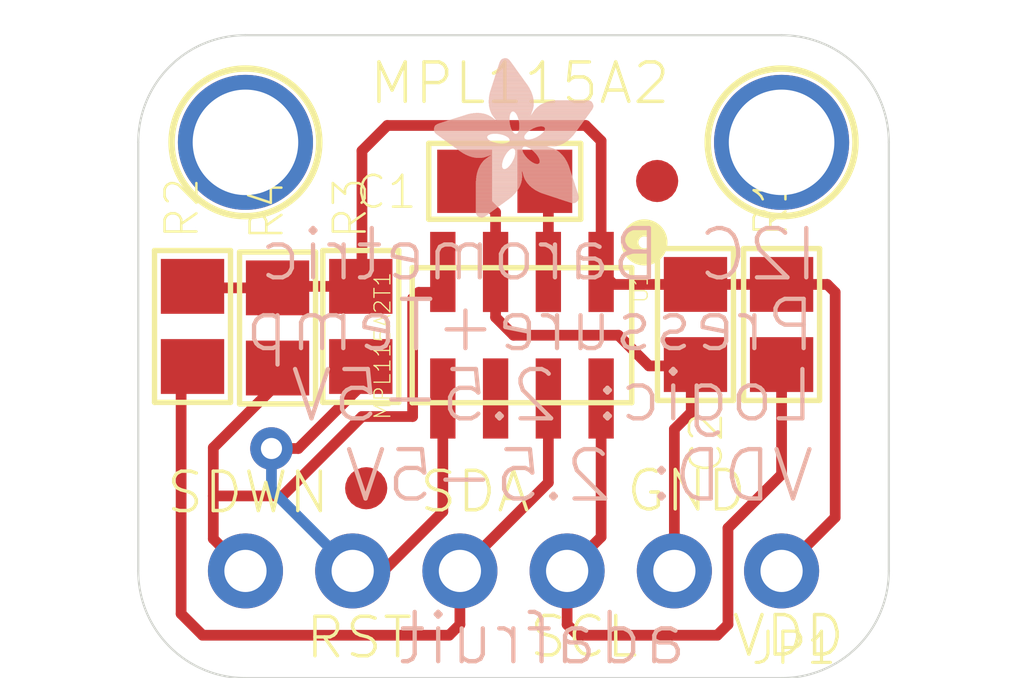
<source format=kicad_pcb>
(kicad_pcb (version 20221018) (generator pcbnew)
  (layers (0 "F.Cu" signal) (31 "B.Cu" signal) (34 "B.Paste" user) (35 "F.Paste" user) (36 "B.SilkS" user "B.Silkscreen") (37 "F.SilkS" user "F.Silkscreen") (38 "B.Mask" user) (39 "F.Mask" user) (44 "Edge.Cuts" user))
  (net 0 "")
  (net 1 "GND")
  (net 2 "VDD")
  (net 3 "SCL")
  (net 4 "SDA")
  (net 5 "RESET")
  (net 6 "SHDN")
  (net 7 "N$1")
  (footprint "working:0805" (layer "F.Cu") (at 152.8111 104.2416 -90)
    (fp_text reference "C2" (at 2.032 -0.254 90) (layer "F.SilkS") (effects (font (size 0.752978 0.752978) (thickness 0.059822)) (justify right)))
    (fp_text value "1µF")
    (pad "1" smd rect (at -0.95 0 270) (size 1.3 1.5) (layers "F.Cu" "F.Paste" "F.Mask") (net 2 "VDD"))
    (pad "2" smd rect (at 0.95 0 270) (size 1.3 1.5) (layers "F.Cu" "F.Paste" "F.Mask") (net 1 "GND"))
  )
  (footprint "working:0805" (layer "F.Cu") (at 148.2931 100.8476 180)
    (fp_text reference "C1" (at 2.032 -0.254) (layer "F.SilkS") (effects (font (size 0.752978 0.752978) (thickness 0.059822)) (justify right)))
    (fp_text value "1µF")
    (pad "1" smd rect (at -0.95 0 180) (size 1.3 1.5) (layers "F.Cu" "F.Paste" "F.Mask") (net 7 "N$1"))
    (pad "2" smd rect (at 0.95 0 180) (size 1.3 1.5) (layers "F.Cu" "F.Paste" "F.Mask") (net 1 "GND"))
  )
  (footprint "working:0805" (layer "F.Cu") (at 142.9111 104.3236 90)
    (fp_text reference "R4" (at 2.032 -0.254 90) (layer "F.SilkS") (effects (font (size 0.752978 0.752978) (thickness 0.059822)) (justify left)))
    (fp_text value "10K")
    (pad "1" smd rect (at -0.95 0 90) (size 1.3 1.5) (layers "F.Cu" "F.Paste" "F.Mask") (net 6 "SHDN"))
    (pad "2" smd rect (at 0.95 0 90) (size 1.3 1.5) (layers "F.Cu" "F.Paste" "F.Mask") (net 2 "VDD"))
  )
  (footprint "working:0805" (layer "F.Cu") (at 140.8971 104.2876 90)
    (fp_text reference "R2" (at 2.032 -0.254 90) (layer "F.SilkS") (effects (font (size 0.752978 0.752978) (thickness 0.059822)) (justify left)))
    (fp_text value "10K")
    (pad "1" smd rect (at -0.95 0 90) (size 1.3 1.5) (layers "F.Cu" "F.Paste" "F.Mask") (net 4 "SDA"))
    (pad "2" smd rect (at 0.95 0 90) (size 1.3 1.5) (layers "F.Cu" "F.Paste" "F.Mask") (net 2 "VDD"))
  )
  (footprint "working:0805" (layer "F.Cu") (at 144.8831 104.2876 90)
    (fp_text reference "R3" (at 2.032 -0.254 90) (layer "F.SilkS") (effects (font (size 0.752978 0.752978) (thickness 0.059822)) (justify left)))
    (fp_text value "10K")
    (pad "1" smd rect (at -0.95 0 90) (size 1.3 1.5) (layers "F.Cu" "F.Paste" "F.Mask") (net 5 "RESET"))
    (pad "2" smd rect (at 0.95 0 90) (size 1.3 1.5) (layers "F.Cu" "F.Paste" "F.Mask") (net 2 "VDD"))
  )
  (footprint "working:0805" (layer "F.Cu") (at 154.8511 104.2416 90)
    (fp_text reference "R1" (at 2.032 -0.254 90) (layer "F.SilkS") (effects (font (size 0.752978 0.752978) (thickness 0.059822)) (justify left)))
    (fp_text value "10K")
    (pad "1" smd rect (at -0.95 0 90) (size 1.3 1.5) (layers "F.Cu" "F.Paste" "F.Mask") (net 3 "SCL"))
    (pad "2" smd rect (at 0.95 0 90) (size 1.3 1.5) (layers "F.Cu" "F.Paste" "F.Mask") (net 2 "VDD"))
  )
  (footprint "working:LGA8" (layer "F.Cu") (at 148.7011 104.4956 -90)
    (fp_text reference "U1" (at -1.524 -2.794 90) (layer "F.SilkS") (effects (font (size 0.376489 0.376489) (thickness 0.029911)) (justify right)))
    (fp_text value "MPL115A2T1" (at -1.524 3.302 90) (layer "F.SilkS") (effects (font (size 0.376489 0.376489) (thickness 0.029911)) (justify right)))
    (pad "P$1" smd rect (at -1.5 -1.875 270) (size 1.9 0.6) (layers "F.Cu" "F.Paste" "F.Mask") (net 2 "VDD"))
    (pad "P$2" smd rect (at -1.5 -0.625 270) (size 1.9 0.6) (layers "F.Cu" "F.Paste" "F.Mask") (net 7 "N$1"))
    (pad "P$3" smd rect (at -1.5 0.625 270) (size 1.9 0.6) (layers "F.Cu" "F.Paste" "F.Mask") (net 1 "GND"))
    (pad "P$4" smd rect (at -1.5 1.875 270) (size 1.9 0.6) (layers "F.Cu" "F.Paste" "F.Mask") (net 6 "SHDN"))
    (pad "P$5" smd rect (at 1.5 1.875 270) (size 1.9 0.6) (layers "F.Cu" "F.Paste" "F.Mask") (net 5 "RESET"))
    (pad "P$6" smd rect (at 1.5 0.625 270) (size 1.9 0.6) (layers "F.Cu" "F.Paste" "F.Mask"))
    (pad "P$7" smd rect (at 1.5 -0.625 270) (size 1.9 0.6) (layers "F.Cu" "F.Paste" "F.Mask") (net 4 "SDA"))
    (pad "P$8" smd rect (at 1.5 -1.875 270) (size 1.9 0.6) (layers "F.Cu" "F.Paste" "F.Mask") (net 3 "SCL"))
  )
  (footprint "working:1X06_ROUND_70" (layer "F.Cu") (at 148.5011 110.0836 180)
    (fp_text reference "JP1" (at -7.6962 -1.8288) (layer "F.SilkS") (effects (font (size 0.739648 0.739648) (thickness 0.073152)) (justify right)))
    (fp_text value "")
    (pad "1" thru_hole circle (at -6.35 0 270) (size 1.778 1.778) (drill 1) (layers "*.Cu" "*.Mask") (net 2 "VDD"))
    (pad "2" thru_hole circle (at -3.81 0 270) (size 1.778 1.778) (drill 1) (layers "*.Cu" "*.Mask") (net 1 "GND"))
    (pad "3" thru_hole circle (at -1.27 0 270) (size 1.778 1.778) (drill 1) (layers "*.Cu" "*.Mask") (net 3 "SCL"))
    (pad "4" thru_hole circle (at 1.27 0 270) (size 1.778 1.778) (drill 1) (layers "*.Cu" "*.Mask") (net 4 "SDA"))
    (pad "5" thru_hole circle (at 3.81 0 270) (size 1.778 1.778) (drill 1) (layers "*.Cu" "*.Mask") (net 5 "RESET"))
    (pad "6" thru_hole circle (at 6.35 0 270) (size 1.778 1.778) (drill 1) (layers "*.Cu" "*.Mask") (net 6 "SHDN"))
  )
  (footprint "working:FIDUCIAL_1MM" (layer "F.Cu") (at 145.0111 108.1236)
    (fp_text reference "FID1" hide)
    (fp_text value "FIDUCIAL\"\"" hide)
    (pad "1" smd roundrect (at 0 0) (size 1 1) (layers "F.Cu") (roundrect_rratio 0.5))
  )
  (footprint "working:MOUNTINGHOLE_2.5_PLATED" (layer "F.Cu") (at 142.1511 99.9236)
    (fp_text reference "U$8" hide)
    (fp_text value "MOUNTINGHOLE2.5" hide)
    (pad "P$1" thru_hole circle (at 0 0) (size 3.2 3.2) (drill 2.5) (layers "*.Cu" "*.Mask"))
  )
  (footprint "working:MOUNTINGHOLE_2.5_PLATED" (layer "F.Cu") (at 154.8511 99.9236)
    (fp_text reference "U$9" hide)
    (fp_text value "MOUNTINGHOLE2.5" hide)
    (pad "P$1" thru_hole circle (at 0 0) (size 3.2 3.2) (drill 2.5) (layers "*.Cu" "*.Mask"))
  )
  (footprint "working:FIDUCIAL_1MM" (layer "F.Cu") (at 151.9031 100.8396)
    (fp_text reference "FID2" hide)
    (fp_text value "FIDUCIAL\"\"" hide)
    (pad "1" smd roundrect (at 0 0) (size 1 1) (layers "F.Cu") (roundrect_rratio 0.5))
  )
  (footprint "working:ADAFRUIT_3.5MM" (layer "B.Cu") (at 150.4111 101.7236 180)
    (fp_text reference "U$14" hide)
    (fp_text value "" hide)
  )
  (gr_line (start 157.3911 99.9236) (end 157.3911 110.0836) (stroke (width 0.05)) (layer "Edge.Cuts"))
  (gr_line (start 139.6111 110.0836) (end 139.6111 99.9236) (stroke (width 0.05)) (layer "Edge.Cuts"))
  (gr_arc (start 142.1511 112.6236) (mid 140.355049 111.879651) (end 139.6111 110.0836) (stroke (width 0.05)) (layer "Edge.Cuts"))
  (gr_arc (start 154.8511 97.3836) (mid 156.647151 98.127549) (end 157.3911 99.9236) (stroke (width 0.05)) (layer "Edge.Cuts"))
  (gr_arc (start 157.3911 110.0836) (mid 156.647151 111.879651) (end 154.8511 112.6236) (stroke (width 0.05)) (layer "Edge.Cuts"))
  (gr_line (start 142.1511 97.3836) (end 154.8511 97.3836) (stroke (width 0.05)) (layer "Edge.Cuts"))
  (gr_line (start 154.8511 112.6236) (end 142.1511 112.6236) (stroke (width 0.05)) (layer "Edge.Cuts"))
  (gr_arc (start 139.6111 99.9236) (mid 140.355049 98.127549) (end 142.1511 97.3836) (stroke (width 0.05)) (layer "Edge.Cuts"))
  (gr_text "I2C Barometric" (at 155.7811 103.2716) (layer "B.SilkS") (effects (font (size 1.1684 1.1684) (thickness 0.1016)) (justify left bottom mirror)))
  (gr_text "adafruit" (at 152.6811 112.3716) (layer "B.SilkS") (effects (font (size 1.1684 1.1684) (thickness 0.1016)) (justify left bottom mirror)))
  (gr_text "Logic: 2.5-5V" (at 155.6891 106.6136) (layer "B.SilkS") (effects (font (size 1.1684 1.1684) (thickness 0.1016)) (justify left bottom mirror)))
  (gr_text "VDD: 2.5-5V" (at 155.6891 108.5136) (layer "B.SilkS") (effects (font (size 1.1684 1.1684) (thickness 0.1016)) (justify left bottom mirror)))
  (gr_text "Pressure+Temp" (at 155.7191 104.9496) (layer "B.SilkS") (effects (font (size 1.1684 1.1684) (thickness 0.1016)) (justify left bottom mirror)))
  (gr_text "VDD" (at 153.6211 112.1716) (layer "F.SilkS") (effects (font (size 0.93472 0.93472) (thickness 0.08128)) (justify left bottom)))
  (gr_text "SDA" (at 146.2211 108.7516) (layer "F.SilkS") (effects (font (size 0.93472 0.93472) (thickness 0.08128)) (justify left bottom)))
  (gr_text "GND" (at 151.1211 108.7316) (layer "F.SilkS") (effects (font (size 0.93472 0.93472) (thickness 0.08128)) (justify left bottom)))
  (gr_text "SCL" (at 148.8211 112.1916) (layer "F.SilkS") (effects (font (size 0.93472 0.93472) (thickness 0.08128)) (justify left bottom)))
  (gr_text "SDWN" (at 140.2211 108.7716) (layer "F.SilkS") (effects (font (size 0.93472 0.93472) (thickness 0.08128)) (justify left bottom)))
  (gr_text "RST" (at 143.5211 112.2116) (layer "F.SilkS") (effects (font (size 0.93472 0.93472) (thickness 0.08128)) (justify left bottom)))
  (gr_text "MPL115A2" (at 145.0371 99.0696) (layer "F.SilkS") (effects (font (size 0.93472 0.93472) (thickness 0.08128)) (justify left bottom)))
  (segment (start 148.0761 101.5806) (end 147.3431 100.8476) (width 0.254) (layer "F.Cu") (net 1))
  (segment (start 152.7111 106.3236) (end 152.7111 105.2916) (width 0.254) (layer "F.Cu") (net 1))
  (segment (start 152.7791 105.2236) (end 152.8111 105.1916) (width 0.254) (layer "F.Cu") (net 1))
  (segment (start 148.0761 104.0706) (end 148.5011 104.4956) (width 0.254) (layer "F.Cu") (net 1))
  (segment (start 150.9831 104.4956) (end 151.7111 105.2236) (width 0.254) (layer "F.Cu") (net 1))
  (segment (start 148.5011 104.4956) (end 150.9831 104.4956) (width 0.254) (layer "F.Cu") (net 1))
  (segment (start 148.0761 102.9956) (end 148.0761 101.5806) (width 0.254) (layer "F.Cu") (net 1))
  (segment (start 148.0761 104.0706) (end 148.0761 102.9956) (width 0.254) (layer "F.Cu") (net 1))
  (segment (start 151.7111 105.2236) (end 152.7791 105.2236) (width 0.254) (layer "F.Cu") (net 1))
  (segment (start 152.7111 105.2916) (end 152.8111 105.1916) (width 0.254) (layer "F.Cu") (net 1))
  (segment (start 152.3111 110.0836) (end 152.3111 106.7236) (width 0.254) (layer "F.Cu") (net 1))
  (segment (start 152.3111 106.7236) (end 152.7111 106.3236) (width 0.254) (layer "F.Cu") (net 1))
  (segment (start 154.8511 103.2916) (end 155.9331 103.2916) (width 0.254) (layer "F.Cu") (net 2))
  (segment (start 150.2111 99.5236) (end 145.5111 99.5236) (width 0.254) (layer "F.Cu") (net 2))
  (segment (start 144.9111 100.1236) (end 144.9111 103.0096) (width 0.254) (layer "F.Cu") (net 2))
  (segment (start 144.8831 103.0376) (end 144.8831 103.3376) (width 0.254) (layer "F.Cu") (net 2))
  (segment (start 144.8831 103.3376) (end 142.9471 103.3376) (width 0.254) (layer "F.Cu") (net 2))
  (segment (start 145.5111 99.5236) (end 144.9111 100.1236) (width 0.254) (layer "F.Cu") (net 2))
  (segment (start 150.5761 99.8886) (end 150.2111 99.5236) (width 0.254) (layer "F.Cu") (net 2))
  (segment (start 142.9471 103.3376) (end 142.9111 103.3736) (width 0.254) (layer "F.Cu") (net 2))
  (segment (start 156.1211 103.4796) (end 156.1211 108.8136) (width 0.254) (layer "F.Cu") (net 2))
  (segment (start 150.5761 102.9956) (end 150.8721 103.2916) (width 0.254) (layer "F.Cu") (net 2))
  (segment (start 150.5761 102.9956) (end 150.5761 99.8886) (width 0.254) (layer "F.Cu") (net 2))
  (segment (start 152.8111 103.2916) (end 154.8511 103.2916) (width 0.254) (layer "F.Cu") (net 2))
  (segment (start 144.9111 103.0096) (end 144.8831 103.0376) (width 0.254) (layer "F.Cu") (net 2))
  (segment (start 155.9331 103.2916) (end 156.1211 103.4796) (width 0.254) (layer "F.Cu") (net 2))
  (segment (start 156.1211 108.8136) (end 154.8511 110.0836) (width 0.254) (layer "F.Cu") (net 2))
  (segment (start 150.8721 103.2916) (end 152.8111 103.2916) (width 0.254) (layer "F.Cu") (net 2))
  (segment (start 140.9331 103.3736) (end 140.8971 103.3376) (width 0.254) (layer "F.Cu") (net 2))
  (segment (start 142.9111 103.3736) (end 140.9331 103.3736) (width 0.254) (layer "F.Cu") (net 2))
  (segment (start 154.8511 105.1916) (end 154.8511 107.7976) (width 0.254) (layer "F.Cu") (net 3))
  (segment (start 150.5761 109.2786) (end 150.3761 109.4786) (width 0.254) (layer "F.Cu") (net 3))
  (segment (start 150.5761 105.9956) (end 150.5761 109.2786) (width 0.254) (layer "F.Cu") (net 3))
  (segment (start 153.5811 111.3536) (end 153.3271 111.6076) (width 0.254) (layer "F.Cu") (net 3))
  (segment (start 149.7711 111.3536) (end 149.7711 110.0836) (width 0.254) (layer "F.Cu") (net 3))
  (segment (start 153.3271 111.6076) (end 150.0251 111.6076) (width 0.254) (layer "F.Cu") (net 3))
  (segment (start 153.5811 109.0676) (end 153.5811 111.3536) (width 0.254) (layer "F.Cu") (net 3))
  (segment (start 150.0251 111.6076) (end 149.7711 111.3536) (width 0.254) (layer "F.Cu") (net 3))
  (segment (start 150.3761 109.4786) (end 149.7711 110.0836) (width 0.254) (layer "F.Cu") (net 3))
  (segment (start 154.8511 107.7976) (end 153.5811 109.0676) (width 0.254) (layer "F.Cu") (net 3))
  (segment (start 140.6271 111.0996) (end 140.6271 105.5076) (width 0.254) (layer "F.Cu") (net 4))
  (segment (start 149.3261 105.9956) (end 149.3261 107.9886) (width 0.254) (layer "F.Cu") (net 4))
  (segment (start 140.6271 105.2076) (end 140.8811 105.2076) (width 0.4064) (layer "F.Cu") (net 4))
  (segment (start 147.2311 111.3536) (end 146.9771 111.6076) (width 0.254) (layer "F.Cu") (net 4))
  (segment (start 141.1351 111.6076) (end 140.6271 111.0996) (width 0.254) (layer "F.Cu") (net 4))
  (segment (start 149.3261 107.9886) (end 147.2311 110.0836) (width 0.254) (layer "F.Cu") (net 4))
  (segment (start 140.8971 105.2376) (end 140.8811 105.2376) (width 0.254) (layer "F.Cu") (net 4))
  (segment (start 140.8811 105.2376) (end 140.8811 105.2576) (width 0.254) (layer "F.Cu") (net 4))
  (segment (start 140.8971 105.5076) (end 140.8971 105.2376) (width 0.254) (layer "F.Cu") (net 4))
  (segment (start 140.6271 105.5076) (end 140.8971 105.5076) (width 0.254) (layer "F.Cu") (net 4))
  (segment (start 146.9771 111.6076) (end 141.1351 111.6076) (width 0.254) (layer "F.Cu") (net 4))
  (segment (start 140.8811 105.2076) (end 140.8811 105.2576) (width 0.4064) (layer "F.Cu") (net 4))
  (segment (start 147.2311 110.0836) (end 147.2311 111.3536) (width 0.254) (layer "F.Cu") (net 4))
  (segment (start 146.8261 108.6786) (end 145.4211 110.0836) (width 0.254) (layer "F.Cu") (net 5))
  (segment (start 146.8261 105.9956) (end 146.8261 108.6786) (width 0.254) (layer "F.Cu") (net 5))
  (segment (start 144.8181 105.3026) (end 144.8831 105.2376) (width 0.254) (layer "F.Cu") (net 5))
  (segment (start 144.8181 105.7656) (end 144.8181 105.3026) (width 0.254) (layer "F.Cu") (net 5))
  (segment (start 142.7671 107.1816) (end 143.4021 107.1816) (width 0.254) (layer "F.Cu") (net 5))
  (segment (start 144.8181 105.7656) (end 143.4021 107.1816) (width 0.254) (layer "F.Cu") (net 5))
  (segment (start 145.4211 110.0836) (end 144.6911 110.0836) (width 0.254) (layer "F.Cu") (net 5))
  (via (at 142.7671 107.1816) (size 1.008) (drill 0.5) (layers "F.Cu" "B.Cu") (net 5))
  (segment (start 142.7671 108.1596) (end 142.7671 107.1816) (width 0.254) (layer "B.Cu") (net 5))
  (segment (start 144.6911 110.0836) (end 142.7671 108.1596) (width 0.254) (layer "B.Cu") (net 5))
  (segment (start 143.0291 108.3056) (end 141.3891 108.3056) (width 0.254) (layer "F.Cu") (net 6))
  (segment (start 141.3891 107.1626) (end 142.9111 105.6406) (width 0.254) (layer "F.Cu") (net 6))
  (segment (start 141.3891 109.3216) (end 141.3891 108.3056) (width 0.254) (layer "F.Cu") (net 6))
  (segment (start 146.8261 103.2636) (end 146.8261 102.9956) (width 0.254) (layer "F.Cu") (net 6))
  (segment (start 141.3891 108.3056) (end 141.3891 107.1626) (width 0.254) (layer "F.Cu") (net 6))
  (segment (start 146.6101 103.4796) (end 146.8261 103.2636) (width 0.254) (layer "F.Cu") (net 6))
  (segment (start 142.9111 105.6406) (end 142.9111 105.2736) (width 0.254) (layer "F.Cu") (net 6))
  (segment (start 146.2551 103.4796) (end 146.1111 103.6236) (width 0.254) (layer "F.Cu") (net 6))
  (segment (start 146.6101 103.4796) (end 146.2551 103.4796) (width 0.254) (layer "F.Cu") (net 6))
  (segment (start 146.1111 106.4236) (end 144.9111 106.4236) (width 0.254) (layer "F.Cu") (net 6))
  (segment (start 142.9111 105.4236) (end 142.9111 105.2736) (width 0.254) (layer "F.Cu") (net 6))
  (segment (start 146.1111 103.6236) (end 146.1111 106.4236) (width 0.254) (layer "F.Cu") (net 6))
  (segment (start 142.1511 110.0836) (end 141.3891 109.3216) (width 0.254) (layer "F.Cu") (net 6))
  (segment (start 143.0291 108.3056) (end 144.9111 106.4236) (width 0.254) (layer "F.Cu") (net 6))
  (segment (start 149.3261 100.9306) (end 149.2431 100.8476) (width 0.254) (layer "F.Cu") (net 7))
  (segment (start 149.3261 102.9956) (end 149.3261 100.9306) (width 0.254) (layer "F.Cu") (net 7))
)
</source>
